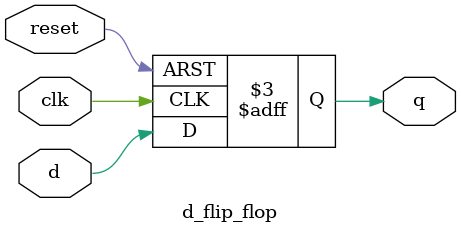
<source format=v>
`timescale 1ns / 1ps

module d_flip_flop(d, clk, reset, q);
    
    input d;
    input clk;
    input reset;
    
    output reg q;

    always @(posedge clk or posedge reset) 
    begin
        if (reset ==  1'b1)
            begin q <= 0; end
        else
            begin q <= d; end
    end
endmodule
</source>
